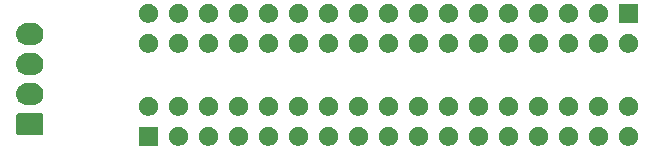
<source format=gbr>
G04 #@! TF.GenerationSoftware,KiCad,Pcbnew,(5.1.5-0-10_14)*
G04 #@! TF.CreationDate,2020-02-19T17:33:04+11:00*
G04 #@! TF.ProjectId,HX Internal FDD Adapter,48582049-6e74-4657-926e-616c20464444,rev?*
G04 #@! TF.SameCoordinates,Original*
G04 #@! TF.FileFunction,Soldermask,Bot*
G04 #@! TF.FilePolarity,Negative*
%FSLAX46Y46*%
G04 Gerber Fmt 4.6, Leading zero omitted, Abs format (unit mm)*
G04 Created by KiCad (PCBNEW (5.1.5-0-10_14)) date 2020-02-19 17:33:04*
%MOMM*%
%LPD*%
G04 APERTURE LIST*
%ADD10C,0.100000*%
G04 APERTURE END LIST*
D10*
G36*
X93074142Y-45700242D02*
G01*
X93222101Y-45761529D01*
X93355255Y-45850499D01*
X93468501Y-45963745D01*
X93557471Y-46096899D01*
X93618758Y-46244858D01*
X93650000Y-46401925D01*
X93650000Y-46562075D01*
X93618758Y-46719142D01*
X93557471Y-46867101D01*
X93468501Y-47000255D01*
X93355255Y-47113501D01*
X93222101Y-47202471D01*
X93074142Y-47263758D01*
X92917075Y-47295000D01*
X92756925Y-47295000D01*
X92599858Y-47263758D01*
X92451899Y-47202471D01*
X92318745Y-47113501D01*
X92205499Y-47000255D01*
X92116529Y-46867101D01*
X92055242Y-46719142D01*
X92024000Y-46562075D01*
X92024000Y-46401925D01*
X92055242Y-46244858D01*
X92116529Y-46096899D01*
X92205499Y-45963745D01*
X92318745Y-45850499D01*
X92451899Y-45761529D01*
X92599858Y-45700242D01*
X92756925Y-45669000D01*
X92917075Y-45669000D01*
X93074142Y-45700242D01*
G37*
G36*
X90534142Y-45700242D02*
G01*
X90682101Y-45761529D01*
X90815255Y-45850499D01*
X90928501Y-45963745D01*
X91017471Y-46096899D01*
X91078758Y-46244858D01*
X91110000Y-46401925D01*
X91110000Y-46562075D01*
X91078758Y-46719142D01*
X91017471Y-46867101D01*
X90928501Y-47000255D01*
X90815255Y-47113501D01*
X90682101Y-47202471D01*
X90534142Y-47263758D01*
X90377075Y-47295000D01*
X90216925Y-47295000D01*
X90059858Y-47263758D01*
X89911899Y-47202471D01*
X89778745Y-47113501D01*
X89665499Y-47000255D01*
X89576529Y-46867101D01*
X89515242Y-46719142D01*
X89484000Y-46562075D01*
X89484000Y-46401925D01*
X89515242Y-46244858D01*
X89576529Y-46096899D01*
X89665499Y-45963745D01*
X89778745Y-45850499D01*
X89911899Y-45761529D01*
X90059858Y-45700242D01*
X90216925Y-45669000D01*
X90377075Y-45669000D01*
X90534142Y-45700242D01*
G37*
G36*
X87994142Y-45700242D02*
G01*
X88142101Y-45761529D01*
X88275255Y-45850499D01*
X88388501Y-45963745D01*
X88477471Y-46096899D01*
X88538758Y-46244858D01*
X88570000Y-46401925D01*
X88570000Y-46562075D01*
X88538758Y-46719142D01*
X88477471Y-46867101D01*
X88388501Y-47000255D01*
X88275255Y-47113501D01*
X88142101Y-47202471D01*
X87994142Y-47263758D01*
X87837075Y-47295000D01*
X87676925Y-47295000D01*
X87519858Y-47263758D01*
X87371899Y-47202471D01*
X87238745Y-47113501D01*
X87125499Y-47000255D01*
X87036529Y-46867101D01*
X86975242Y-46719142D01*
X86944000Y-46562075D01*
X86944000Y-46401925D01*
X86975242Y-46244858D01*
X87036529Y-46096899D01*
X87125499Y-45963745D01*
X87238745Y-45850499D01*
X87371899Y-45761529D01*
X87519858Y-45700242D01*
X87676925Y-45669000D01*
X87837075Y-45669000D01*
X87994142Y-45700242D01*
G37*
G36*
X85454142Y-45700242D02*
G01*
X85602101Y-45761529D01*
X85735255Y-45850499D01*
X85848501Y-45963745D01*
X85937471Y-46096899D01*
X85998758Y-46244858D01*
X86030000Y-46401925D01*
X86030000Y-46562075D01*
X85998758Y-46719142D01*
X85937471Y-46867101D01*
X85848501Y-47000255D01*
X85735255Y-47113501D01*
X85602101Y-47202471D01*
X85454142Y-47263758D01*
X85297075Y-47295000D01*
X85136925Y-47295000D01*
X84979858Y-47263758D01*
X84831899Y-47202471D01*
X84698745Y-47113501D01*
X84585499Y-47000255D01*
X84496529Y-46867101D01*
X84435242Y-46719142D01*
X84404000Y-46562075D01*
X84404000Y-46401925D01*
X84435242Y-46244858D01*
X84496529Y-46096899D01*
X84585499Y-45963745D01*
X84698745Y-45850499D01*
X84831899Y-45761529D01*
X84979858Y-45700242D01*
X85136925Y-45669000D01*
X85297075Y-45669000D01*
X85454142Y-45700242D01*
G37*
G36*
X82914142Y-45700242D02*
G01*
X83062101Y-45761529D01*
X83195255Y-45850499D01*
X83308501Y-45963745D01*
X83397471Y-46096899D01*
X83458758Y-46244858D01*
X83490000Y-46401925D01*
X83490000Y-46562075D01*
X83458758Y-46719142D01*
X83397471Y-46867101D01*
X83308501Y-47000255D01*
X83195255Y-47113501D01*
X83062101Y-47202471D01*
X82914142Y-47263758D01*
X82757075Y-47295000D01*
X82596925Y-47295000D01*
X82439858Y-47263758D01*
X82291899Y-47202471D01*
X82158745Y-47113501D01*
X82045499Y-47000255D01*
X81956529Y-46867101D01*
X81895242Y-46719142D01*
X81864000Y-46562075D01*
X81864000Y-46401925D01*
X81895242Y-46244858D01*
X81956529Y-46096899D01*
X82045499Y-45963745D01*
X82158745Y-45850499D01*
X82291899Y-45761529D01*
X82439858Y-45700242D01*
X82596925Y-45669000D01*
X82757075Y-45669000D01*
X82914142Y-45700242D01*
G37*
G36*
X80374142Y-45700242D02*
G01*
X80522101Y-45761529D01*
X80655255Y-45850499D01*
X80768501Y-45963745D01*
X80857471Y-46096899D01*
X80918758Y-46244858D01*
X80950000Y-46401925D01*
X80950000Y-46562075D01*
X80918758Y-46719142D01*
X80857471Y-46867101D01*
X80768501Y-47000255D01*
X80655255Y-47113501D01*
X80522101Y-47202471D01*
X80374142Y-47263758D01*
X80217075Y-47295000D01*
X80056925Y-47295000D01*
X79899858Y-47263758D01*
X79751899Y-47202471D01*
X79618745Y-47113501D01*
X79505499Y-47000255D01*
X79416529Y-46867101D01*
X79355242Y-46719142D01*
X79324000Y-46562075D01*
X79324000Y-46401925D01*
X79355242Y-46244858D01*
X79416529Y-46096899D01*
X79505499Y-45963745D01*
X79618745Y-45850499D01*
X79751899Y-45761529D01*
X79899858Y-45700242D01*
X80056925Y-45669000D01*
X80217075Y-45669000D01*
X80374142Y-45700242D01*
G37*
G36*
X77834142Y-45700242D02*
G01*
X77982101Y-45761529D01*
X78115255Y-45850499D01*
X78228501Y-45963745D01*
X78317471Y-46096899D01*
X78378758Y-46244858D01*
X78410000Y-46401925D01*
X78410000Y-46562075D01*
X78378758Y-46719142D01*
X78317471Y-46867101D01*
X78228501Y-47000255D01*
X78115255Y-47113501D01*
X77982101Y-47202471D01*
X77834142Y-47263758D01*
X77677075Y-47295000D01*
X77516925Y-47295000D01*
X77359858Y-47263758D01*
X77211899Y-47202471D01*
X77078745Y-47113501D01*
X76965499Y-47000255D01*
X76876529Y-46867101D01*
X76815242Y-46719142D01*
X76784000Y-46562075D01*
X76784000Y-46401925D01*
X76815242Y-46244858D01*
X76876529Y-46096899D01*
X76965499Y-45963745D01*
X77078745Y-45850499D01*
X77211899Y-45761529D01*
X77359858Y-45700242D01*
X77516925Y-45669000D01*
X77677075Y-45669000D01*
X77834142Y-45700242D01*
G37*
G36*
X75294142Y-45700242D02*
G01*
X75442101Y-45761529D01*
X75575255Y-45850499D01*
X75688501Y-45963745D01*
X75777471Y-46096899D01*
X75838758Y-46244858D01*
X75870000Y-46401925D01*
X75870000Y-46562075D01*
X75838758Y-46719142D01*
X75777471Y-46867101D01*
X75688501Y-47000255D01*
X75575255Y-47113501D01*
X75442101Y-47202471D01*
X75294142Y-47263758D01*
X75137075Y-47295000D01*
X74976925Y-47295000D01*
X74819858Y-47263758D01*
X74671899Y-47202471D01*
X74538745Y-47113501D01*
X74425499Y-47000255D01*
X74336529Y-46867101D01*
X74275242Y-46719142D01*
X74244000Y-46562075D01*
X74244000Y-46401925D01*
X74275242Y-46244858D01*
X74336529Y-46096899D01*
X74425499Y-45963745D01*
X74538745Y-45850499D01*
X74671899Y-45761529D01*
X74819858Y-45700242D01*
X74976925Y-45669000D01*
X75137075Y-45669000D01*
X75294142Y-45700242D01*
G37*
G36*
X72754142Y-45700242D02*
G01*
X72902101Y-45761529D01*
X73035255Y-45850499D01*
X73148501Y-45963745D01*
X73237471Y-46096899D01*
X73298758Y-46244858D01*
X73330000Y-46401925D01*
X73330000Y-46562075D01*
X73298758Y-46719142D01*
X73237471Y-46867101D01*
X73148501Y-47000255D01*
X73035255Y-47113501D01*
X72902101Y-47202471D01*
X72754142Y-47263758D01*
X72597075Y-47295000D01*
X72436925Y-47295000D01*
X72279858Y-47263758D01*
X72131899Y-47202471D01*
X71998745Y-47113501D01*
X71885499Y-47000255D01*
X71796529Y-46867101D01*
X71735242Y-46719142D01*
X71704000Y-46562075D01*
X71704000Y-46401925D01*
X71735242Y-46244858D01*
X71796529Y-46096899D01*
X71885499Y-45963745D01*
X71998745Y-45850499D01*
X72131899Y-45761529D01*
X72279858Y-45700242D01*
X72436925Y-45669000D01*
X72597075Y-45669000D01*
X72754142Y-45700242D01*
G37*
G36*
X70214142Y-45700242D02*
G01*
X70362101Y-45761529D01*
X70495255Y-45850499D01*
X70608501Y-45963745D01*
X70697471Y-46096899D01*
X70758758Y-46244858D01*
X70790000Y-46401925D01*
X70790000Y-46562075D01*
X70758758Y-46719142D01*
X70697471Y-46867101D01*
X70608501Y-47000255D01*
X70495255Y-47113501D01*
X70362101Y-47202471D01*
X70214142Y-47263758D01*
X70057075Y-47295000D01*
X69896925Y-47295000D01*
X69739858Y-47263758D01*
X69591899Y-47202471D01*
X69458745Y-47113501D01*
X69345499Y-47000255D01*
X69256529Y-46867101D01*
X69195242Y-46719142D01*
X69164000Y-46562075D01*
X69164000Y-46401925D01*
X69195242Y-46244858D01*
X69256529Y-46096899D01*
X69345499Y-45963745D01*
X69458745Y-45850499D01*
X69591899Y-45761529D01*
X69739858Y-45700242D01*
X69896925Y-45669000D01*
X70057075Y-45669000D01*
X70214142Y-45700242D01*
G37*
G36*
X67674142Y-45700242D02*
G01*
X67822101Y-45761529D01*
X67955255Y-45850499D01*
X68068501Y-45963745D01*
X68157471Y-46096899D01*
X68218758Y-46244858D01*
X68250000Y-46401925D01*
X68250000Y-46562075D01*
X68218758Y-46719142D01*
X68157471Y-46867101D01*
X68068501Y-47000255D01*
X67955255Y-47113501D01*
X67822101Y-47202471D01*
X67674142Y-47263758D01*
X67517075Y-47295000D01*
X67356925Y-47295000D01*
X67199858Y-47263758D01*
X67051899Y-47202471D01*
X66918745Y-47113501D01*
X66805499Y-47000255D01*
X66716529Y-46867101D01*
X66655242Y-46719142D01*
X66624000Y-46562075D01*
X66624000Y-46401925D01*
X66655242Y-46244858D01*
X66716529Y-46096899D01*
X66805499Y-45963745D01*
X66918745Y-45850499D01*
X67051899Y-45761529D01*
X67199858Y-45700242D01*
X67356925Y-45669000D01*
X67517075Y-45669000D01*
X67674142Y-45700242D01*
G37*
G36*
X65134142Y-45700242D02*
G01*
X65282101Y-45761529D01*
X65415255Y-45850499D01*
X65528501Y-45963745D01*
X65617471Y-46096899D01*
X65678758Y-46244858D01*
X65710000Y-46401925D01*
X65710000Y-46562075D01*
X65678758Y-46719142D01*
X65617471Y-46867101D01*
X65528501Y-47000255D01*
X65415255Y-47113501D01*
X65282101Y-47202471D01*
X65134142Y-47263758D01*
X64977075Y-47295000D01*
X64816925Y-47295000D01*
X64659858Y-47263758D01*
X64511899Y-47202471D01*
X64378745Y-47113501D01*
X64265499Y-47000255D01*
X64176529Y-46867101D01*
X64115242Y-46719142D01*
X64084000Y-46562075D01*
X64084000Y-46401925D01*
X64115242Y-46244858D01*
X64176529Y-46096899D01*
X64265499Y-45963745D01*
X64378745Y-45850499D01*
X64511899Y-45761529D01*
X64659858Y-45700242D01*
X64816925Y-45669000D01*
X64977075Y-45669000D01*
X65134142Y-45700242D01*
G37*
G36*
X62594142Y-45700242D02*
G01*
X62742101Y-45761529D01*
X62875255Y-45850499D01*
X62988501Y-45963745D01*
X63077471Y-46096899D01*
X63138758Y-46244858D01*
X63170000Y-46401925D01*
X63170000Y-46562075D01*
X63138758Y-46719142D01*
X63077471Y-46867101D01*
X62988501Y-47000255D01*
X62875255Y-47113501D01*
X62742101Y-47202471D01*
X62594142Y-47263758D01*
X62437075Y-47295000D01*
X62276925Y-47295000D01*
X62119858Y-47263758D01*
X61971899Y-47202471D01*
X61838745Y-47113501D01*
X61725499Y-47000255D01*
X61636529Y-46867101D01*
X61575242Y-46719142D01*
X61544000Y-46562075D01*
X61544000Y-46401925D01*
X61575242Y-46244858D01*
X61636529Y-46096899D01*
X61725499Y-45963745D01*
X61838745Y-45850499D01*
X61971899Y-45761529D01*
X62119858Y-45700242D01*
X62276925Y-45669000D01*
X62437075Y-45669000D01*
X62594142Y-45700242D01*
G37*
G36*
X60054142Y-45700242D02*
G01*
X60202101Y-45761529D01*
X60335255Y-45850499D01*
X60448501Y-45963745D01*
X60537471Y-46096899D01*
X60598758Y-46244858D01*
X60630000Y-46401925D01*
X60630000Y-46562075D01*
X60598758Y-46719142D01*
X60537471Y-46867101D01*
X60448501Y-47000255D01*
X60335255Y-47113501D01*
X60202101Y-47202471D01*
X60054142Y-47263758D01*
X59897075Y-47295000D01*
X59736925Y-47295000D01*
X59579858Y-47263758D01*
X59431899Y-47202471D01*
X59298745Y-47113501D01*
X59185499Y-47000255D01*
X59096529Y-46867101D01*
X59035242Y-46719142D01*
X59004000Y-46562075D01*
X59004000Y-46401925D01*
X59035242Y-46244858D01*
X59096529Y-46096899D01*
X59185499Y-45963745D01*
X59298745Y-45850499D01*
X59431899Y-45761529D01*
X59579858Y-45700242D01*
X59736925Y-45669000D01*
X59897075Y-45669000D01*
X60054142Y-45700242D01*
G37*
G36*
X57514142Y-45700242D02*
G01*
X57662101Y-45761529D01*
X57795255Y-45850499D01*
X57908501Y-45963745D01*
X57997471Y-46096899D01*
X58058758Y-46244858D01*
X58090000Y-46401925D01*
X58090000Y-46562075D01*
X58058758Y-46719142D01*
X57997471Y-46867101D01*
X57908501Y-47000255D01*
X57795255Y-47113501D01*
X57662101Y-47202471D01*
X57514142Y-47263758D01*
X57357075Y-47295000D01*
X57196925Y-47295000D01*
X57039858Y-47263758D01*
X56891899Y-47202471D01*
X56758745Y-47113501D01*
X56645499Y-47000255D01*
X56556529Y-46867101D01*
X56495242Y-46719142D01*
X56464000Y-46562075D01*
X56464000Y-46401925D01*
X56495242Y-46244858D01*
X56556529Y-46096899D01*
X56645499Y-45963745D01*
X56758745Y-45850499D01*
X56891899Y-45761529D01*
X57039858Y-45700242D01*
X57196925Y-45669000D01*
X57357075Y-45669000D01*
X57514142Y-45700242D01*
G37*
G36*
X54974142Y-45700242D02*
G01*
X55122101Y-45761529D01*
X55255255Y-45850499D01*
X55368501Y-45963745D01*
X55457471Y-46096899D01*
X55518758Y-46244858D01*
X55550000Y-46401925D01*
X55550000Y-46562075D01*
X55518758Y-46719142D01*
X55457471Y-46867101D01*
X55368501Y-47000255D01*
X55255255Y-47113501D01*
X55122101Y-47202471D01*
X54974142Y-47263758D01*
X54817075Y-47295000D01*
X54656925Y-47295000D01*
X54499858Y-47263758D01*
X54351899Y-47202471D01*
X54218745Y-47113501D01*
X54105499Y-47000255D01*
X54016529Y-46867101D01*
X53955242Y-46719142D01*
X53924000Y-46562075D01*
X53924000Y-46401925D01*
X53955242Y-46244858D01*
X54016529Y-46096899D01*
X54105499Y-45963745D01*
X54218745Y-45850499D01*
X54351899Y-45761529D01*
X54499858Y-45700242D01*
X54656925Y-45669000D01*
X54817075Y-45669000D01*
X54974142Y-45700242D01*
G37*
G36*
X53010000Y-47295000D02*
G01*
X51384000Y-47295000D01*
X51384000Y-45669000D01*
X53010000Y-45669000D01*
X53010000Y-47295000D01*
G37*
G36*
X43173561Y-44548966D02*
G01*
X43206383Y-44558923D01*
X43236632Y-44575092D01*
X43263148Y-44596852D01*
X43284908Y-44623368D01*
X43301077Y-44653617D01*
X43311034Y-44686439D01*
X43315000Y-44726713D01*
X43315000Y-46205287D01*
X43311034Y-46245561D01*
X43301077Y-46278383D01*
X43284908Y-46308632D01*
X43263148Y-46335148D01*
X43236632Y-46356908D01*
X43206383Y-46373077D01*
X43173561Y-46383034D01*
X43133287Y-46387000D01*
X41194713Y-46387000D01*
X41154439Y-46383034D01*
X41121617Y-46373077D01*
X41091368Y-46356908D01*
X41064852Y-46335148D01*
X41043092Y-46308632D01*
X41026923Y-46278383D01*
X41016966Y-46245561D01*
X41013000Y-46205287D01*
X41013000Y-44726713D01*
X41016966Y-44686439D01*
X41026923Y-44653617D01*
X41043092Y-44623368D01*
X41064852Y-44596852D01*
X41091368Y-44575092D01*
X41121617Y-44558923D01*
X41154439Y-44548966D01*
X41194713Y-44545000D01*
X43133287Y-44545000D01*
X43173561Y-44548966D01*
G37*
G36*
X62594142Y-43160242D02*
G01*
X62742101Y-43221529D01*
X62875255Y-43310499D01*
X62988501Y-43423745D01*
X63077471Y-43556899D01*
X63138758Y-43704858D01*
X63170000Y-43861925D01*
X63170000Y-44022075D01*
X63138758Y-44179142D01*
X63077471Y-44327101D01*
X62988501Y-44460255D01*
X62875255Y-44573501D01*
X62742101Y-44662471D01*
X62594142Y-44723758D01*
X62437075Y-44755000D01*
X62276925Y-44755000D01*
X62119858Y-44723758D01*
X61971899Y-44662471D01*
X61838745Y-44573501D01*
X61725499Y-44460255D01*
X61636529Y-44327101D01*
X61575242Y-44179142D01*
X61544000Y-44022075D01*
X61544000Y-43861925D01*
X61575242Y-43704858D01*
X61636529Y-43556899D01*
X61725499Y-43423745D01*
X61838745Y-43310499D01*
X61971899Y-43221529D01*
X62119858Y-43160242D01*
X62276925Y-43129000D01*
X62437075Y-43129000D01*
X62594142Y-43160242D01*
G37*
G36*
X70214142Y-43160242D02*
G01*
X70362101Y-43221529D01*
X70495255Y-43310499D01*
X70608501Y-43423745D01*
X70697471Y-43556899D01*
X70758758Y-43704858D01*
X70790000Y-43861925D01*
X70790000Y-44022075D01*
X70758758Y-44179142D01*
X70697471Y-44327101D01*
X70608501Y-44460255D01*
X70495255Y-44573501D01*
X70362101Y-44662471D01*
X70214142Y-44723758D01*
X70057075Y-44755000D01*
X69896925Y-44755000D01*
X69739858Y-44723758D01*
X69591899Y-44662471D01*
X69458745Y-44573501D01*
X69345499Y-44460255D01*
X69256529Y-44327101D01*
X69195242Y-44179142D01*
X69164000Y-44022075D01*
X69164000Y-43861925D01*
X69195242Y-43704858D01*
X69256529Y-43556899D01*
X69345499Y-43423745D01*
X69458745Y-43310499D01*
X69591899Y-43221529D01*
X69739858Y-43160242D01*
X69896925Y-43129000D01*
X70057075Y-43129000D01*
X70214142Y-43160242D01*
G37*
G36*
X52434142Y-43160242D02*
G01*
X52582101Y-43221529D01*
X52715255Y-43310499D01*
X52828501Y-43423745D01*
X52917471Y-43556899D01*
X52978758Y-43704858D01*
X53010000Y-43861925D01*
X53010000Y-44022075D01*
X52978758Y-44179142D01*
X52917471Y-44327101D01*
X52828501Y-44460255D01*
X52715255Y-44573501D01*
X52582101Y-44662471D01*
X52434142Y-44723758D01*
X52277075Y-44755000D01*
X52116925Y-44755000D01*
X51959858Y-44723758D01*
X51811899Y-44662471D01*
X51678745Y-44573501D01*
X51565499Y-44460255D01*
X51476529Y-44327101D01*
X51415242Y-44179142D01*
X51384000Y-44022075D01*
X51384000Y-43861925D01*
X51415242Y-43704858D01*
X51476529Y-43556899D01*
X51565499Y-43423745D01*
X51678745Y-43310499D01*
X51811899Y-43221529D01*
X51959858Y-43160242D01*
X52116925Y-43129000D01*
X52277075Y-43129000D01*
X52434142Y-43160242D01*
G37*
G36*
X72754142Y-43160242D02*
G01*
X72902101Y-43221529D01*
X73035255Y-43310499D01*
X73148501Y-43423745D01*
X73237471Y-43556899D01*
X73298758Y-43704858D01*
X73330000Y-43861925D01*
X73330000Y-44022075D01*
X73298758Y-44179142D01*
X73237471Y-44327101D01*
X73148501Y-44460255D01*
X73035255Y-44573501D01*
X72902101Y-44662471D01*
X72754142Y-44723758D01*
X72597075Y-44755000D01*
X72436925Y-44755000D01*
X72279858Y-44723758D01*
X72131899Y-44662471D01*
X71998745Y-44573501D01*
X71885499Y-44460255D01*
X71796529Y-44327101D01*
X71735242Y-44179142D01*
X71704000Y-44022075D01*
X71704000Y-43861925D01*
X71735242Y-43704858D01*
X71796529Y-43556899D01*
X71885499Y-43423745D01*
X71998745Y-43310499D01*
X72131899Y-43221529D01*
X72279858Y-43160242D01*
X72436925Y-43129000D01*
X72597075Y-43129000D01*
X72754142Y-43160242D01*
G37*
G36*
X54974142Y-43160242D02*
G01*
X55122101Y-43221529D01*
X55255255Y-43310499D01*
X55368501Y-43423745D01*
X55457471Y-43556899D01*
X55518758Y-43704858D01*
X55550000Y-43861925D01*
X55550000Y-44022075D01*
X55518758Y-44179142D01*
X55457471Y-44327101D01*
X55368501Y-44460255D01*
X55255255Y-44573501D01*
X55122101Y-44662471D01*
X54974142Y-44723758D01*
X54817075Y-44755000D01*
X54656925Y-44755000D01*
X54499858Y-44723758D01*
X54351899Y-44662471D01*
X54218745Y-44573501D01*
X54105499Y-44460255D01*
X54016529Y-44327101D01*
X53955242Y-44179142D01*
X53924000Y-44022075D01*
X53924000Y-43861925D01*
X53955242Y-43704858D01*
X54016529Y-43556899D01*
X54105499Y-43423745D01*
X54218745Y-43310499D01*
X54351899Y-43221529D01*
X54499858Y-43160242D01*
X54656925Y-43129000D01*
X54817075Y-43129000D01*
X54974142Y-43160242D01*
G37*
G36*
X93074142Y-43160242D02*
G01*
X93222101Y-43221529D01*
X93355255Y-43310499D01*
X93468501Y-43423745D01*
X93557471Y-43556899D01*
X93618758Y-43704858D01*
X93650000Y-43861925D01*
X93650000Y-44022075D01*
X93618758Y-44179142D01*
X93557471Y-44327101D01*
X93468501Y-44460255D01*
X93355255Y-44573501D01*
X93222101Y-44662471D01*
X93074142Y-44723758D01*
X92917075Y-44755000D01*
X92756925Y-44755000D01*
X92599858Y-44723758D01*
X92451899Y-44662471D01*
X92318745Y-44573501D01*
X92205499Y-44460255D01*
X92116529Y-44327101D01*
X92055242Y-44179142D01*
X92024000Y-44022075D01*
X92024000Y-43861925D01*
X92055242Y-43704858D01*
X92116529Y-43556899D01*
X92205499Y-43423745D01*
X92318745Y-43310499D01*
X92451899Y-43221529D01*
X92599858Y-43160242D01*
X92756925Y-43129000D01*
X92917075Y-43129000D01*
X93074142Y-43160242D01*
G37*
G36*
X57514142Y-43160242D02*
G01*
X57662101Y-43221529D01*
X57795255Y-43310499D01*
X57908501Y-43423745D01*
X57997471Y-43556899D01*
X58058758Y-43704858D01*
X58090000Y-43861925D01*
X58090000Y-44022075D01*
X58058758Y-44179142D01*
X57997471Y-44327101D01*
X57908501Y-44460255D01*
X57795255Y-44573501D01*
X57662101Y-44662471D01*
X57514142Y-44723758D01*
X57357075Y-44755000D01*
X57196925Y-44755000D01*
X57039858Y-44723758D01*
X56891899Y-44662471D01*
X56758745Y-44573501D01*
X56645499Y-44460255D01*
X56556529Y-44327101D01*
X56495242Y-44179142D01*
X56464000Y-44022075D01*
X56464000Y-43861925D01*
X56495242Y-43704858D01*
X56556529Y-43556899D01*
X56645499Y-43423745D01*
X56758745Y-43310499D01*
X56891899Y-43221529D01*
X57039858Y-43160242D01*
X57196925Y-43129000D01*
X57357075Y-43129000D01*
X57514142Y-43160242D01*
G37*
G36*
X90534142Y-43160242D02*
G01*
X90682101Y-43221529D01*
X90815255Y-43310499D01*
X90928501Y-43423745D01*
X91017471Y-43556899D01*
X91078758Y-43704858D01*
X91110000Y-43861925D01*
X91110000Y-44022075D01*
X91078758Y-44179142D01*
X91017471Y-44327101D01*
X90928501Y-44460255D01*
X90815255Y-44573501D01*
X90682101Y-44662471D01*
X90534142Y-44723758D01*
X90377075Y-44755000D01*
X90216925Y-44755000D01*
X90059858Y-44723758D01*
X89911899Y-44662471D01*
X89778745Y-44573501D01*
X89665499Y-44460255D01*
X89576529Y-44327101D01*
X89515242Y-44179142D01*
X89484000Y-44022075D01*
X89484000Y-43861925D01*
X89515242Y-43704858D01*
X89576529Y-43556899D01*
X89665499Y-43423745D01*
X89778745Y-43310499D01*
X89911899Y-43221529D01*
X90059858Y-43160242D01*
X90216925Y-43129000D01*
X90377075Y-43129000D01*
X90534142Y-43160242D01*
G37*
G36*
X60054142Y-43160242D02*
G01*
X60202101Y-43221529D01*
X60335255Y-43310499D01*
X60448501Y-43423745D01*
X60537471Y-43556899D01*
X60598758Y-43704858D01*
X60630000Y-43861925D01*
X60630000Y-44022075D01*
X60598758Y-44179142D01*
X60537471Y-44327101D01*
X60448501Y-44460255D01*
X60335255Y-44573501D01*
X60202101Y-44662471D01*
X60054142Y-44723758D01*
X59897075Y-44755000D01*
X59736925Y-44755000D01*
X59579858Y-44723758D01*
X59431899Y-44662471D01*
X59298745Y-44573501D01*
X59185499Y-44460255D01*
X59096529Y-44327101D01*
X59035242Y-44179142D01*
X59004000Y-44022075D01*
X59004000Y-43861925D01*
X59035242Y-43704858D01*
X59096529Y-43556899D01*
X59185499Y-43423745D01*
X59298745Y-43310499D01*
X59431899Y-43221529D01*
X59579858Y-43160242D01*
X59736925Y-43129000D01*
X59897075Y-43129000D01*
X60054142Y-43160242D01*
G37*
G36*
X87994142Y-43160242D02*
G01*
X88142101Y-43221529D01*
X88275255Y-43310499D01*
X88388501Y-43423745D01*
X88477471Y-43556899D01*
X88538758Y-43704858D01*
X88570000Y-43861925D01*
X88570000Y-44022075D01*
X88538758Y-44179142D01*
X88477471Y-44327101D01*
X88388501Y-44460255D01*
X88275255Y-44573501D01*
X88142101Y-44662471D01*
X87994142Y-44723758D01*
X87837075Y-44755000D01*
X87676925Y-44755000D01*
X87519858Y-44723758D01*
X87371899Y-44662471D01*
X87238745Y-44573501D01*
X87125499Y-44460255D01*
X87036529Y-44327101D01*
X86975242Y-44179142D01*
X86944000Y-44022075D01*
X86944000Y-43861925D01*
X86975242Y-43704858D01*
X87036529Y-43556899D01*
X87125499Y-43423745D01*
X87238745Y-43310499D01*
X87371899Y-43221529D01*
X87519858Y-43160242D01*
X87676925Y-43129000D01*
X87837075Y-43129000D01*
X87994142Y-43160242D01*
G37*
G36*
X65134142Y-43160242D02*
G01*
X65282101Y-43221529D01*
X65415255Y-43310499D01*
X65528501Y-43423745D01*
X65617471Y-43556899D01*
X65678758Y-43704858D01*
X65710000Y-43861925D01*
X65710000Y-44022075D01*
X65678758Y-44179142D01*
X65617471Y-44327101D01*
X65528501Y-44460255D01*
X65415255Y-44573501D01*
X65282101Y-44662471D01*
X65134142Y-44723758D01*
X64977075Y-44755000D01*
X64816925Y-44755000D01*
X64659858Y-44723758D01*
X64511899Y-44662471D01*
X64378745Y-44573501D01*
X64265499Y-44460255D01*
X64176529Y-44327101D01*
X64115242Y-44179142D01*
X64084000Y-44022075D01*
X64084000Y-43861925D01*
X64115242Y-43704858D01*
X64176529Y-43556899D01*
X64265499Y-43423745D01*
X64378745Y-43310499D01*
X64511899Y-43221529D01*
X64659858Y-43160242D01*
X64816925Y-43129000D01*
X64977075Y-43129000D01*
X65134142Y-43160242D01*
G37*
G36*
X85454142Y-43160242D02*
G01*
X85602101Y-43221529D01*
X85735255Y-43310499D01*
X85848501Y-43423745D01*
X85937471Y-43556899D01*
X85998758Y-43704858D01*
X86030000Y-43861925D01*
X86030000Y-44022075D01*
X85998758Y-44179142D01*
X85937471Y-44327101D01*
X85848501Y-44460255D01*
X85735255Y-44573501D01*
X85602101Y-44662471D01*
X85454142Y-44723758D01*
X85297075Y-44755000D01*
X85136925Y-44755000D01*
X84979858Y-44723758D01*
X84831899Y-44662471D01*
X84698745Y-44573501D01*
X84585499Y-44460255D01*
X84496529Y-44327101D01*
X84435242Y-44179142D01*
X84404000Y-44022075D01*
X84404000Y-43861925D01*
X84435242Y-43704858D01*
X84496529Y-43556899D01*
X84585499Y-43423745D01*
X84698745Y-43310499D01*
X84831899Y-43221529D01*
X84979858Y-43160242D01*
X85136925Y-43129000D01*
X85297075Y-43129000D01*
X85454142Y-43160242D01*
G37*
G36*
X67674142Y-43160242D02*
G01*
X67822101Y-43221529D01*
X67955255Y-43310499D01*
X68068501Y-43423745D01*
X68157471Y-43556899D01*
X68218758Y-43704858D01*
X68250000Y-43861925D01*
X68250000Y-44022075D01*
X68218758Y-44179142D01*
X68157471Y-44327101D01*
X68068501Y-44460255D01*
X67955255Y-44573501D01*
X67822101Y-44662471D01*
X67674142Y-44723758D01*
X67517075Y-44755000D01*
X67356925Y-44755000D01*
X67199858Y-44723758D01*
X67051899Y-44662471D01*
X66918745Y-44573501D01*
X66805499Y-44460255D01*
X66716529Y-44327101D01*
X66655242Y-44179142D01*
X66624000Y-44022075D01*
X66624000Y-43861925D01*
X66655242Y-43704858D01*
X66716529Y-43556899D01*
X66805499Y-43423745D01*
X66918745Y-43310499D01*
X67051899Y-43221529D01*
X67199858Y-43160242D01*
X67356925Y-43129000D01*
X67517075Y-43129000D01*
X67674142Y-43160242D01*
G37*
G36*
X82914142Y-43160242D02*
G01*
X83062101Y-43221529D01*
X83195255Y-43310499D01*
X83308501Y-43423745D01*
X83397471Y-43556899D01*
X83458758Y-43704858D01*
X83490000Y-43861925D01*
X83490000Y-44022075D01*
X83458758Y-44179142D01*
X83397471Y-44327101D01*
X83308501Y-44460255D01*
X83195255Y-44573501D01*
X83062101Y-44662471D01*
X82914142Y-44723758D01*
X82757075Y-44755000D01*
X82596925Y-44755000D01*
X82439858Y-44723758D01*
X82291899Y-44662471D01*
X82158745Y-44573501D01*
X82045499Y-44460255D01*
X81956529Y-44327101D01*
X81895242Y-44179142D01*
X81864000Y-44022075D01*
X81864000Y-43861925D01*
X81895242Y-43704858D01*
X81956529Y-43556899D01*
X82045499Y-43423745D01*
X82158745Y-43310499D01*
X82291899Y-43221529D01*
X82439858Y-43160242D01*
X82596925Y-43129000D01*
X82757075Y-43129000D01*
X82914142Y-43160242D01*
G37*
G36*
X80374142Y-43160242D02*
G01*
X80522101Y-43221529D01*
X80655255Y-43310499D01*
X80768501Y-43423745D01*
X80857471Y-43556899D01*
X80918758Y-43704858D01*
X80950000Y-43861925D01*
X80950000Y-44022075D01*
X80918758Y-44179142D01*
X80857471Y-44327101D01*
X80768501Y-44460255D01*
X80655255Y-44573501D01*
X80522101Y-44662471D01*
X80374142Y-44723758D01*
X80217075Y-44755000D01*
X80056925Y-44755000D01*
X79899858Y-44723758D01*
X79751899Y-44662471D01*
X79618745Y-44573501D01*
X79505499Y-44460255D01*
X79416529Y-44327101D01*
X79355242Y-44179142D01*
X79324000Y-44022075D01*
X79324000Y-43861925D01*
X79355242Y-43704858D01*
X79416529Y-43556899D01*
X79505499Y-43423745D01*
X79618745Y-43310499D01*
X79751899Y-43221529D01*
X79899858Y-43160242D01*
X80056925Y-43129000D01*
X80217075Y-43129000D01*
X80374142Y-43160242D01*
G37*
G36*
X77834142Y-43160242D02*
G01*
X77982101Y-43221529D01*
X78115255Y-43310499D01*
X78228501Y-43423745D01*
X78317471Y-43556899D01*
X78378758Y-43704858D01*
X78410000Y-43861925D01*
X78410000Y-44022075D01*
X78378758Y-44179142D01*
X78317471Y-44327101D01*
X78228501Y-44460255D01*
X78115255Y-44573501D01*
X77982101Y-44662471D01*
X77834142Y-44723758D01*
X77677075Y-44755000D01*
X77516925Y-44755000D01*
X77359858Y-44723758D01*
X77211899Y-44662471D01*
X77078745Y-44573501D01*
X76965499Y-44460255D01*
X76876529Y-44327101D01*
X76815242Y-44179142D01*
X76784000Y-44022075D01*
X76784000Y-43861925D01*
X76815242Y-43704858D01*
X76876529Y-43556899D01*
X76965499Y-43423745D01*
X77078745Y-43310499D01*
X77211899Y-43221529D01*
X77359858Y-43160242D01*
X77516925Y-43129000D01*
X77677075Y-43129000D01*
X77834142Y-43160242D01*
G37*
G36*
X75294142Y-43160242D02*
G01*
X75442101Y-43221529D01*
X75575255Y-43310499D01*
X75688501Y-43423745D01*
X75777471Y-43556899D01*
X75838758Y-43704858D01*
X75870000Y-43861925D01*
X75870000Y-44022075D01*
X75838758Y-44179142D01*
X75777471Y-44327101D01*
X75688501Y-44460255D01*
X75575255Y-44573501D01*
X75442101Y-44662471D01*
X75294142Y-44723758D01*
X75137075Y-44755000D01*
X74976925Y-44755000D01*
X74819858Y-44723758D01*
X74671899Y-44662471D01*
X74538745Y-44573501D01*
X74425499Y-44460255D01*
X74336529Y-44327101D01*
X74275242Y-44179142D01*
X74244000Y-44022075D01*
X74244000Y-43861925D01*
X74275242Y-43704858D01*
X74336529Y-43556899D01*
X74425499Y-43423745D01*
X74538745Y-43310499D01*
X74671899Y-43221529D01*
X74819858Y-43160242D01*
X74976925Y-43129000D01*
X75137075Y-43129000D01*
X75294142Y-43160242D01*
G37*
G36*
X42484345Y-42009442D02*
G01*
X42574548Y-42018326D01*
X42748157Y-42070990D01*
X42908156Y-42156511D01*
X42951729Y-42192271D01*
X43048397Y-42271603D01*
X43127729Y-42368271D01*
X43163489Y-42411844D01*
X43249010Y-42571843D01*
X43301674Y-42745452D01*
X43319456Y-42926000D01*
X43301674Y-43106548D01*
X43249010Y-43280157D01*
X43163489Y-43440156D01*
X43127729Y-43483729D01*
X43048397Y-43580397D01*
X42951729Y-43659729D01*
X42908156Y-43695489D01*
X42748157Y-43781010D01*
X42574548Y-43833674D01*
X42484345Y-43842558D01*
X42439245Y-43847000D01*
X41888755Y-43847000D01*
X41843655Y-43842558D01*
X41753452Y-43833674D01*
X41579843Y-43781010D01*
X41419844Y-43695489D01*
X41376271Y-43659729D01*
X41279603Y-43580397D01*
X41200271Y-43483729D01*
X41164511Y-43440156D01*
X41078990Y-43280157D01*
X41026326Y-43106548D01*
X41008544Y-42926000D01*
X41026326Y-42745452D01*
X41078990Y-42571843D01*
X41164511Y-42411844D01*
X41200271Y-42368271D01*
X41279603Y-42271603D01*
X41376271Y-42192271D01*
X41419844Y-42156511D01*
X41579843Y-42070990D01*
X41753452Y-42018326D01*
X41843655Y-42009442D01*
X41888755Y-42005000D01*
X42439245Y-42005000D01*
X42484345Y-42009442D01*
G37*
G36*
X42484345Y-39469442D02*
G01*
X42574548Y-39478326D01*
X42748157Y-39530990D01*
X42908156Y-39616511D01*
X42951729Y-39652271D01*
X43048397Y-39731603D01*
X43127729Y-39828271D01*
X43163489Y-39871844D01*
X43249010Y-40031843D01*
X43301674Y-40205452D01*
X43319456Y-40386000D01*
X43301674Y-40566548D01*
X43249010Y-40740157D01*
X43163489Y-40900156D01*
X43127729Y-40943729D01*
X43048397Y-41040397D01*
X42951729Y-41119729D01*
X42908156Y-41155489D01*
X42748157Y-41241010D01*
X42574548Y-41293674D01*
X42484345Y-41302558D01*
X42439245Y-41307000D01*
X41888755Y-41307000D01*
X41843655Y-41302558D01*
X41753452Y-41293674D01*
X41579843Y-41241010D01*
X41419844Y-41155489D01*
X41376271Y-41119729D01*
X41279603Y-41040397D01*
X41200271Y-40943729D01*
X41164511Y-40900156D01*
X41078990Y-40740157D01*
X41026326Y-40566548D01*
X41008544Y-40386000D01*
X41026326Y-40205452D01*
X41078990Y-40031843D01*
X41164511Y-39871844D01*
X41200271Y-39828271D01*
X41279603Y-39731603D01*
X41376271Y-39652271D01*
X41419844Y-39616511D01*
X41579843Y-39530990D01*
X41753452Y-39478326D01*
X41843655Y-39469442D01*
X41888755Y-39465000D01*
X42439245Y-39465000D01*
X42484345Y-39469442D01*
G37*
G36*
X54974142Y-37826242D02*
G01*
X55122101Y-37887529D01*
X55255255Y-37976499D01*
X55368501Y-38089745D01*
X55457471Y-38222899D01*
X55518758Y-38370858D01*
X55550000Y-38527925D01*
X55550000Y-38688075D01*
X55518758Y-38845142D01*
X55457471Y-38993101D01*
X55368501Y-39126255D01*
X55255255Y-39239501D01*
X55122101Y-39328471D01*
X54974142Y-39389758D01*
X54817075Y-39421000D01*
X54656925Y-39421000D01*
X54499858Y-39389758D01*
X54351899Y-39328471D01*
X54218745Y-39239501D01*
X54105499Y-39126255D01*
X54016529Y-38993101D01*
X53955242Y-38845142D01*
X53924000Y-38688075D01*
X53924000Y-38527925D01*
X53955242Y-38370858D01*
X54016529Y-38222899D01*
X54105499Y-38089745D01*
X54218745Y-37976499D01*
X54351899Y-37887529D01*
X54499858Y-37826242D01*
X54656925Y-37795000D01*
X54817075Y-37795000D01*
X54974142Y-37826242D01*
G37*
G36*
X93074142Y-37826242D02*
G01*
X93222101Y-37887529D01*
X93355255Y-37976499D01*
X93468501Y-38089745D01*
X93557471Y-38222899D01*
X93618758Y-38370858D01*
X93650000Y-38527925D01*
X93650000Y-38688075D01*
X93618758Y-38845142D01*
X93557471Y-38993101D01*
X93468501Y-39126255D01*
X93355255Y-39239501D01*
X93222101Y-39328471D01*
X93074142Y-39389758D01*
X92917075Y-39421000D01*
X92756925Y-39421000D01*
X92599858Y-39389758D01*
X92451899Y-39328471D01*
X92318745Y-39239501D01*
X92205499Y-39126255D01*
X92116529Y-38993101D01*
X92055242Y-38845142D01*
X92024000Y-38688075D01*
X92024000Y-38527925D01*
X92055242Y-38370858D01*
X92116529Y-38222899D01*
X92205499Y-38089745D01*
X92318745Y-37976499D01*
X92451899Y-37887529D01*
X92599858Y-37826242D01*
X92756925Y-37795000D01*
X92917075Y-37795000D01*
X93074142Y-37826242D01*
G37*
G36*
X57514142Y-37826242D02*
G01*
X57662101Y-37887529D01*
X57795255Y-37976499D01*
X57908501Y-38089745D01*
X57997471Y-38222899D01*
X58058758Y-38370858D01*
X58090000Y-38527925D01*
X58090000Y-38688075D01*
X58058758Y-38845142D01*
X57997471Y-38993101D01*
X57908501Y-39126255D01*
X57795255Y-39239501D01*
X57662101Y-39328471D01*
X57514142Y-39389758D01*
X57357075Y-39421000D01*
X57196925Y-39421000D01*
X57039858Y-39389758D01*
X56891899Y-39328471D01*
X56758745Y-39239501D01*
X56645499Y-39126255D01*
X56556529Y-38993101D01*
X56495242Y-38845142D01*
X56464000Y-38688075D01*
X56464000Y-38527925D01*
X56495242Y-38370858D01*
X56556529Y-38222899D01*
X56645499Y-38089745D01*
X56758745Y-37976499D01*
X56891899Y-37887529D01*
X57039858Y-37826242D01*
X57196925Y-37795000D01*
X57357075Y-37795000D01*
X57514142Y-37826242D01*
G37*
G36*
X90534142Y-37826242D02*
G01*
X90682101Y-37887529D01*
X90815255Y-37976499D01*
X90928501Y-38089745D01*
X91017471Y-38222899D01*
X91078758Y-38370858D01*
X91110000Y-38527925D01*
X91110000Y-38688075D01*
X91078758Y-38845142D01*
X91017471Y-38993101D01*
X90928501Y-39126255D01*
X90815255Y-39239501D01*
X90682101Y-39328471D01*
X90534142Y-39389758D01*
X90377075Y-39421000D01*
X90216925Y-39421000D01*
X90059858Y-39389758D01*
X89911899Y-39328471D01*
X89778745Y-39239501D01*
X89665499Y-39126255D01*
X89576529Y-38993101D01*
X89515242Y-38845142D01*
X89484000Y-38688075D01*
X89484000Y-38527925D01*
X89515242Y-38370858D01*
X89576529Y-38222899D01*
X89665499Y-38089745D01*
X89778745Y-37976499D01*
X89911899Y-37887529D01*
X90059858Y-37826242D01*
X90216925Y-37795000D01*
X90377075Y-37795000D01*
X90534142Y-37826242D01*
G37*
G36*
X60054142Y-37826242D02*
G01*
X60202101Y-37887529D01*
X60335255Y-37976499D01*
X60448501Y-38089745D01*
X60537471Y-38222899D01*
X60598758Y-38370858D01*
X60630000Y-38527925D01*
X60630000Y-38688075D01*
X60598758Y-38845142D01*
X60537471Y-38993101D01*
X60448501Y-39126255D01*
X60335255Y-39239501D01*
X60202101Y-39328471D01*
X60054142Y-39389758D01*
X59897075Y-39421000D01*
X59736925Y-39421000D01*
X59579858Y-39389758D01*
X59431899Y-39328471D01*
X59298745Y-39239501D01*
X59185499Y-39126255D01*
X59096529Y-38993101D01*
X59035242Y-38845142D01*
X59004000Y-38688075D01*
X59004000Y-38527925D01*
X59035242Y-38370858D01*
X59096529Y-38222899D01*
X59185499Y-38089745D01*
X59298745Y-37976499D01*
X59431899Y-37887529D01*
X59579858Y-37826242D01*
X59736925Y-37795000D01*
X59897075Y-37795000D01*
X60054142Y-37826242D01*
G37*
G36*
X52434142Y-37826242D02*
G01*
X52582101Y-37887529D01*
X52715255Y-37976499D01*
X52828501Y-38089745D01*
X52917471Y-38222899D01*
X52978758Y-38370858D01*
X53010000Y-38527925D01*
X53010000Y-38688075D01*
X52978758Y-38845142D01*
X52917471Y-38993101D01*
X52828501Y-39126255D01*
X52715255Y-39239501D01*
X52582101Y-39328471D01*
X52434142Y-39389758D01*
X52277075Y-39421000D01*
X52116925Y-39421000D01*
X51959858Y-39389758D01*
X51811899Y-39328471D01*
X51678745Y-39239501D01*
X51565499Y-39126255D01*
X51476529Y-38993101D01*
X51415242Y-38845142D01*
X51384000Y-38688075D01*
X51384000Y-38527925D01*
X51415242Y-38370858D01*
X51476529Y-38222899D01*
X51565499Y-38089745D01*
X51678745Y-37976499D01*
X51811899Y-37887529D01*
X51959858Y-37826242D01*
X52116925Y-37795000D01*
X52277075Y-37795000D01*
X52434142Y-37826242D01*
G37*
G36*
X65134142Y-37826242D02*
G01*
X65282101Y-37887529D01*
X65415255Y-37976499D01*
X65528501Y-38089745D01*
X65617471Y-38222899D01*
X65678758Y-38370858D01*
X65710000Y-38527925D01*
X65710000Y-38688075D01*
X65678758Y-38845142D01*
X65617471Y-38993101D01*
X65528501Y-39126255D01*
X65415255Y-39239501D01*
X65282101Y-39328471D01*
X65134142Y-39389758D01*
X64977075Y-39421000D01*
X64816925Y-39421000D01*
X64659858Y-39389758D01*
X64511899Y-39328471D01*
X64378745Y-39239501D01*
X64265499Y-39126255D01*
X64176529Y-38993101D01*
X64115242Y-38845142D01*
X64084000Y-38688075D01*
X64084000Y-38527925D01*
X64115242Y-38370858D01*
X64176529Y-38222899D01*
X64265499Y-38089745D01*
X64378745Y-37976499D01*
X64511899Y-37887529D01*
X64659858Y-37826242D01*
X64816925Y-37795000D01*
X64977075Y-37795000D01*
X65134142Y-37826242D01*
G37*
G36*
X87994142Y-37826242D02*
G01*
X88142101Y-37887529D01*
X88275255Y-37976499D01*
X88388501Y-38089745D01*
X88477471Y-38222899D01*
X88538758Y-38370858D01*
X88570000Y-38527925D01*
X88570000Y-38688075D01*
X88538758Y-38845142D01*
X88477471Y-38993101D01*
X88388501Y-39126255D01*
X88275255Y-39239501D01*
X88142101Y-39328471D01*
X87994142Y-39389758D01*
X87837075Y-39421000D01*
X87676925Y-39421000D01*
X87519858Y-39389758D01*
X87371899Y-39328471D01*
X87238745Y-39239501D01*
X87125499Y-39126255D01*
X87036529Y-38993101D01*
X86975242Y-38845142D01*
X86944000Y-38688075D01*
X86944000Y-38527925D01*
X86975242Y-38370858D01*
X87036529Y-38222899D01*
X87125499Y-38089745D01*
X87238745Y-37976499D01*
X87371899Y-37887529D01*
X87519858Y-37826242D01*
X87676925Y-37795000D01*
X87837075Y-37795000D01*
X87994142Y-37826242D01*
G37*
G36*
X67674142Y-37826242D02*
G01*
X67822101Y-37887529D01*
X67955255Y-37976499D01*
X68068501Y-38089745D01*
X68157471Y-38222899D01*
X68218758Y-38370858D01*
X68250000Y-38527925D01*
X68250000Y-38688075D01*
X68218758Y-38845142D01*
X68157471Y-38993101D01*
X68068501Y-39126255D01*
X67955255Y-39239501D01*
X67822101Y-39328471D01*
X67674142Y-39389758D01*
X67517075Y-39421000D01*
X67356925Y-39421000D01*
X67199858Y-39389758D01*
X67051899Y-39328471D01*
X66918745Y-39239501D01*
X66805499Y-39126255D01*
X66716529Y-38993101D01*
X66655242Y-38845142D01*
X66624000Y-38688075D01*
X66624000Y-38527925D01*
X66655242Y-38370858D01*
X66716529Y-38222899D01*
X66805499Y-38089745D01*
X66918745Y-37976499D01*
X67051899Y-37887529D01*
X67199858Y-37826242D01*
X67356925Y-37795000D01*
X67517075Y-37795000D01*
X67674142Y-37826242D01*
G37*
G36*
X85454142Y-37826242D02*
G01*
X85602101Y-37887529D01*
X85735255Y-37976499D01*
X85848501Y-38089745D01*
X85937471Y-38222899D01*
X85998758Y-38370858D01*
X86030000Y-38527925D01*
X86030000Y-38688075D01*
X85998758Y-38845142D01*
X85937471Y-38993101D01*
X85848501Y-39126255D01*
X85735255Y-39239501D01*
X85602101Y-39328471D01*
X85454142Y-39389758D01*
X85297075Y-39421000D01*
X85136925Y-39421000D01*
X84979858Y-39389758D01*
X84831899Y-39328471D01*
X84698745Y-39239501D01*
X84585499Y-39126255D01*
X84496529Y-38993101D01*
X84435242Y-38845142D01*
X84404000Y-38688075D01*
X84404000Y-38527925D01*
X84435242Y-38370858D01*
X84496529Y-38222899D01*
X84585499Y-38089745D01*
X84698745Y-37976499D01*
X84831899Y-37887529D01*
X84979858Y-37826242D01*
X85136925Y-37795000D01*
X85297075Y-37795000D01*
X85454142Y-37826242D01*
G37*
G36*
X82914142Y-37826242D02*
G01*
X83062101Y-37887529D01*
X83195255Y-37976499D01*
X83308501Y-38089745D01*
X83397471Y-38222899D01*
X83458758Y-38370858D01*
X83490000Y-38527925D01*
X83490000Y-38688075D01*
X83458758Y-38845142D01*
X83397471Y-38993101D01*
X83308501Y-39126255D01*
X83195255Y-39239501D01*
X83062101Y-39328471D01*
X82914142Y-39389758D01*
X82757075Y-39421000D01*
X82596925Y-39421000D01*
X82439858Y-39389758D01*
X82291899Y-39328471D01*
X82158745Y-39239501D01*
X82045499Y-39126255D01*
X81956529Y-38993101D01*
X81895242Y-38845142D01*
X81864000Y-38688075D01*
X81864000Y-38527925D01*
X81895242Y-38370858D01*
X81956529Y-38222899D01*
X82045499Y-38089745D01*
X82158745Y-37976499D01*
X82291899Y-37887529D01*
X82439858Y-37826242D01*
X82596925Y-37795000D01*
X82757075Y-37795000D01*
X82914142Y-37826242D01*
G37*
G36*
X80374142Y-37826242D02*
G01*
X80522101Y-37887529D01*
X80655255Y-37976499D01*
X80768501Y-38089745D01*
X80857471Y-38222899D01*
X80918758Y-38370858D01*
X80950000Y-38527925D01*
X80950000Y-38688075D01*
X80918758Y-38845142D01*
X80857471Y-38993101D01*
X80768501Y-39126255D01*
X80655255Y-39239501D01*
X80522101Y-39328471D01*
X80374142Y-39389758D01*
X80217075Y-39421000D01*
X80056925Y-39421000D01*
X79899858Y-39389758D01*
X79751899Y-39328471D01*
X79618745Y-39239501D01*
X79505499Y-39126255D01*
X79416529Y-38993101D01*
X79355242Y-38845142D01*
X79324000Y-38688075D01*
X79324000Y-38527925D01*
X79355242Y-38370858D01*
X79416529Y-38222899D01*
X79505499Y-38089745D01*
X79618745Y-37976499D01*
X79751899Y-37887529D01*
X79899858Y-37826242D01*
X80056925Y-37795000D01*
X80217075Y-37795000D01*
X80374142Y-37826242D01*
G37*
G36*
X77834142Y-37826242D02*
G01*
X77982101Y-37887529D01*
X78115255Y-37976499D01*
X78228501Y-38089745D01*
X78317471Y-38222899D01*
X78378758Y-38370858D01*
X78410000Y-38527925D01*
X78410000Y-38688075D01*
X78378758Y-38845142D01*
X78317471Y-38993101D01*
X78228501Y-39126255D01*
X78115255Y-39239501D01*
X77982101Y-39328471D01*
X77834142Y-39389758D01*
X77677075Y-39421000D01*
X77516925Y-39421000D01*
X77359858Y-39389758D01*
X77211899Y-39328471D01*
X77078745Y-39239501D01*
X76965499Y-39126255D01*
X76876529Y-38993101D01*
X76815242Y-38845142D01*
X76784000Y-38688075D01*
X76784000Y-38527925D01*
X76815242Y-38370858D01*
X76876529Y-38222899D01*
X76965499Y-38089745D01*
X77078745Y-37976499D01*
X77211899Y-37887529D01*
X77359858Y-37826242D01*
X77516925Y-37795000D01*
X77677075Y-37795000D01*
X77834142Y-37826242D01*
G37*
G36*
X75294142Y-37826242D02*
G01*
X75442101Y-37887529D01*
X75575255Y-37976499D01*
X75688501Y-38089745D01*
X75777471Y-38222899D01*
X75838758Y-38370858D01*
X75870000Y-38527925D01*
X75870000Y-38688075D01*
X75838758Y-38845142D01*
X75777471Y-38993101D01*
X75688501Y-39126255D01*
X75575255Y-39239501D01*
X75442101Y-39328471D01*
X75294142Y-39389758D01*
X75137075Y-39421000D01*
X74976925Y-39421000D01*
X74819858Y-39389758D01*
X74671899Y-39328471D01*
X74538745Y-39239501D01*
X74425499Y-39126255D01*
X74336529Y-38993101D01*
X74275242Y-38845142D01*
X74244000Y-38688075D01*
X74244000Y-38527925D01*
X74275242Y-38370858D01*
X74336529Y-38222899D01*
X74425499Y-38089745D01*
X74538745Y-37976499D01*
X74671899Y-37887529D01*
X74819858Y-37826242D01*
X74976925Y-37795000D01*
X75137075Y-37795000D01*
X75294142Y-37826242D01*
G37*
G36*
X72754142Y-37826242D02*
G01*
X72902101Y-37887529D01*
X73035255Y-37976499D01*
X73148501Y-38089745D01*
X73237471Y-38222899D01*
X73298758Y-38370858D01*
X73330000Y-38527925D01*
X73330000Y-38688075D01*
X73298758Y-38845142D01*
X73237471Y-38993101D01*
X73148501Y-39126255D01*
X73035255Y-39239501D01*
X72902101Y-39328471D01*
X72754142Y-39389758D01*
X72597075Y-39421000D01*
X72436925Y-39421000D01*
X72279858Y-39389758D01*
X72131899Y-39328471D01*
X71998745Y-39239501D01*
X71885499Y-39126255D01*
X71796529Y-38993101D01*
X71735242Y-38845142D01*
X71704000Y-38688075D01*
X71704000Y-38527925D01*
X71735242Y-38370858D01*
X71796529Y-38222899D01*
X71885499Y-38089745D01*
X71998745Y-37976499D01*
X72131899Y-37887529D01*
X72279858Y-37826242D01*
X72436925Y-37795000D01*
X72597075Y-37795000D01*
X72754142Y-37826242D01*
G37*
G36*
X70214142Y-37826242D02*
G01*
X70362101Y-37887529D01*
X70495255Y-37976499D01*
X70608501Y-38089745D01*
X70697471Y-38222899D01*
X70758758Y-38370858D01*
X70790000Y-38527925D01*
X70790000Y-38688075D01*
X70758758Y-38845142D01*
X70697471Y-38993101D01*
X70608501Y-39126255D01*
X70495255Y-39239501D01*
X70362101Y-39328471D01*
X70214142Y-39389758D01*
X70057075Y-39421000D01*
X69896925Y-39421000D01*
X69739858Y-39389758D01*
X69591899Y-39328471D01*
X69458745Y-39239501D01*
X69345499Y-39126255D01*
X69256529Y-38993101D01*
X69195242Y-38845142D01*
X69164000Y-38688075D01*
X69164000Y-38527925D01*
X69195242Y-38370858D01*
X69256529Y-38222899D01*
X69345499Y-38089745D01*
X69458745Y-37976499D01*
X69591899Y-37887529D01*
X69739858Y-37826242D01*
X69896925Y-37795000D01*
X70057075Y-37795000D01*
X70214142Y-37826242D01*
G37*
G36*
X62594142Y-37826242D02*
G01*
X62742101Y-37887529D01*
X62875255Y-37976499D01*
X62988501Y-38089745D01*
X63077471Y-38222899D01*
X63138758Y-38370858D01*
X63170000Y-38527925D01*
X63170000Y-38688075D01*
X63138758Y-38845142D01*
X63077471Y-38993101D01*
X62988501Y-39126255D01*
X62875255Y-39239501D01*
X62742101Y-39328471D01*
X62594142Y-39389758D01*
X62437075Y-39421000D01*
X62276925Y-39421000D01*
X62119858Y-39389758D01*
X61971899Y-39328471D01*
X61838745Y-39239501D01*
X61725499Y-39126255D01*
X61636529Y-38993101D01*
X61575242Y-38845142D01*
X61544000Y-38688075D01*
X61544000Y-38527925D01*
X61575242Y-38370858D01*
X61636529Y-38222899D01*
X61725499Y-38089745D01*
X61838745Y-37976499D01*
X61971899Y-37887529D01*
X62119858Y-37826242D01*
X62276925Y-37795000D01*
X62437075Y-37795000D01*
X62594142Y-37826242D01*
G37*
G36*
X42484345Y-36929442D02*
G01*
X42574548Y-36938326D01*
X42748157Y-36990990D01*
X42908156Y-37076511D01*
X42951729Y-37112271D01*
X43048397Y-37191603D01*
X43127729Y-37288271D01*
X43163489Y-37331844D01*
X43249010Y-37491843D01*
X43301674Y-37665452D01*
X43319456Y-37846000D01*
X43301674Y-38026548D01*
X43249010Y-38200157D01*
X43163489Y-38360156D01*
X43127729Y-38403729D01*
X43048397Y-38500397D01*
X42951729Y-38579729D01*
X42908156Y-38615489D01*
X42748157Y-38701010D01*
X42574548Y-38753674D01*
X42484345Y-38762558D01*
X42439245Y-38767000D01*
X41888755Y-38767000D01*
X41843655Y-38762558D01*
X41753452Y-38753674D01*
X41579843Y-38701010D01*
X41419844Y-38615489D01*
X41376271Y-38579729D01*
X41279603Y-38500397D01*
X41200271Y-38403729D01*
X41164511Y-38360156D01*
X41078990Y-38200157D01*
X41026326Y-38026548D01*
X41008544Y-37846000D01*
X41026326Y-37665452D01*
X41078990Y-37491843D01*
X41164511Y-37331844D01*
X41200271Y-37288271D01*
X41279603Y-37191603D01*
X41376271Y-37112271D01*
X41419844Y-37076511D01*
X41579843Y-36990990D01*
X41753452Y-36938326D01*
X41843655Y-36929442D01*
X41888755Y-36925000D01*
X42439245Y-36925000D01*
X42484345Y-36929442D01*
G37*
G36*
X60054142Y-35286242D02*
G01*
X60202101Y-35347529D01*
X60335255Y-35436499D01*
X60448501Y-35549745D01*
X60537471Y-35682899D01*
X60598758Y-35830858D01*
X60630000Y-35987925D01*
X60630000Y-36148075D01*
X60598758Y-36305142D01*
X60537471Y-36453101D01*
X60448501Y-36586255D01*
X60335255Y-36699501D01*
X60202101Y-36788471D01*
X60054142Y-36849758D01*
X59897075Y-36881000D01*
X59736925Y-36881000D01*
X59579858Y-36849758D01*
X59431899Y-36788471D01*
X59298745Y-36699501D01*
X59185499Y-36586255D01*
X59096529Y-36453101D01*
X59035242Y-36305142D01*
X59004000Y-36148075D01*
X59004000Y-35987925D01*
X59035242Y-35830858D01*
X59096529Y-35682899D01*
X59185499Y-35549745D01*
X59298745Y-35436499D01*
X59431899Y-35347529D01*
X59579858Y-35286242D01*
X59736925Y-35255000D01*
X59897075Y-35255000D01*
X60054142Y-35286242D01*
G37*
G36*
X62594142Y-35286242D02*
G01*
X62742101Y-35347529D01*
X62875255Y-35436499D01*
X62988501Y-35549745D01*
X63077471Y-35682899D01*
X63138758Y-35830858D01*
X63170000Y-35987925D01*
X63170000Y-36148075D01*
X63138758Y-36305142D01*
X63077471Y-36453101D01*
X62988501Y-36586255D01*
X62875255Y-36699501D01*
X62742101Y-36788471D01*
X62594142Y-36849758D01*
X62437075Y-36881000D01*
X62276925Y-36881000D01*
X62119858Y-36849758D01*
X61971899Y-36788471D01*
X61838745Y-36699501D01*
X61725499Y-36586255D01*
X61636529Y-36453101D01*
X61575242Y-36305142D01*
X61544000Y-36148075D01*
X61544000Y-35987925D01*
X61575242Y-35830858D01*
X61636529Y-35682899D01*
X61725499Y-35549745D01*
X61838745Y-35436499D01*
X61971899Y-35347529D01*
X62119858Y-35286242D01*
X62276925Y-35255000D01*
X62437075Y-35255000D01*
X62594142Y-35286242D01*
G37*
G36*
X65134142Y-35286242D02*
G01*
X65282101Y-35347529D01*
X65415255Y-35436499D01*
X65528501Y-35549745D01*
X65617471Y-35682899D01*
X65678758Y-35830858D01*
X65710000Y-35987925D01*
X65710000Y-36148075D01*
X65678758Y-36305142D01*
X65617471Y-36453101D01*
X65528501Y-36586255D01*
X65415255Y-36699501D01*
X65282101Y-36788471D01*
X65134142Y-36849758D01*
X64977075Y-36881000D01*
X64816925Y-36881000D01*
X64659858Y-36849758D01*
X64511899Y-36788471D01*
X64378745Y-36699501D01*
X64265499Y-36586255D01*
X64176529Y-36453101D01*
X64115242Y-36305142D01*
X64084000Y-36148075D01*
X64084000Y-35987925D01*
X64115242Y-35830858D01*
X64176529Y-35682899D01*
X64265499Y-35549745D01*
X64378745Y-35436499D01*
X64511899Y-35347529D01*
X64659858Y-35286242D01*
X64816925Y-35255000D01*
X64977075Y-35255000D01*
X65134142Y-35286242D01*
G37*
G36*
X67674142Y-35286242D02*
G01*
X67822101Y-35347529D01*
X67955255Y-35436499D01*
X68068501Y-35549745D01*
X68157471Y-35682899D01*
X68218758Y-35830858D01*
X68250000Y-35987925D01*
X68250000Y-36148075D01*
X68218758Y-36305142D01*
X68157471Y-36453101D01*
X68068501Y-36586255D01*
X67955255Y-36699501D01*
X67822101Y-36788471D01*
X67674142Y-36849758D01*
X67517075Y-36881000D01*
X67356925Y-36881000D01*
X67199858Y-36849758D01*
X67051899Y-36788471D01*
X66918745Y-36699501D01*
X66805499Y-36586255D01*
X66716529Y-36453101D01*
X66655242Y-36305142D01*
X66624000Y-36148075D01*
X66624000Y-35987925D01*
X66655242Y-35830858D01*
X66716529Y-35682899D01*
X66805499Y-35549745D01*
X66918745Y-35436499D01*
X67051899Y-35347529D01*
X67199858Y-35286242D01*
X67356925Y-35255000D01*
X67517075Y-35255000D01*
X67674142Y-35286242D01*
G37*
G36*
X70214142Y-35286242D02*
G01*
X70362101Y-35347529D01*
X70495255Y-35436499D01*
X70608501Y-35549745D01*
X70697471Y-35682899D01*
X70758758Y-35830858D01*
X70790000Y-35987925D01*
X70790000Y-36148075D01*
X70758758Y-36305142D01*
X70697471Y-36453101D01*
X70608501Y-36586255D01*
X70495255Y-36699501D01*
X70362101Y-36788471D01*
X70214142Y-36849758D01*
X70057075Y-36881000D01*
X69896925Y-36881000D01*
X69739858Y-36849758D01*
X69591899Y-36788471D01*
X69458745Y-36699501D01*
X69345499Y-36586255D01*
X69256529Y-36453101D01*
X69195242Y-36305142D01*
X69164000Y-36148075D01*
X69164000Y-35987925D01*
X69195242Y-35830858D01*
X69256529Y-35682899D01*
X69345499Y-35549745D01*
X69458745Y-35436499D01*
X69591899Y-35347529D01*
X69739858Y-35286242D01*
X69896925Y-35255000D01*
X70057075Y-35255000D01*
X70214142Y-35286242D01*
G37*
G36*
X72754142Y-35286242D02*
G01*
X72902101Y-35347529D01*
X73035255Y-35436499D01*
X73148501Y-35549745D01*
X73237471Y-35682899D01*
X73298758Y-35830858D01*
X73330000Y-35987925D01*
X73330000Y-36148075D01*
X73298758Y-36305142D01*
X73237471Y-36453101D01*
X73148501Y-36586255D01*
X73035255Y-36699501D01*
X72902101Y-36788471D01*
X72754142Y-36849758D01*
X72597075Y-36881000D01*
X72436925Y-36881000D01*
X72279858Y-36849758D01*
X72131899Y-36788471D01*
X71998745Y-36699501D01*
X71885499Y-36586255D01*
X71796529Y-36453101D01*
X71735242Y-36305142D01*
X71704000Y-36148075D01*
X71704000Y-35987925D01*
X71735242Y-35830858D01*
X71796529Y-35682899D01*
X71885499Y-35549745D01*
X71998745Y-35436499D01*
X72131899Y-35347529D01*
X72279858Y-35286242D01*
X72436925Y-35255000D01*
X72597075Y-35255000D01*
X72754142Y-35286242D01*
G37*
G36*
X75294142Y-35286242D02*
G01*
X75442101Y-35347529D01*
X75575255Y-35436499D01*
X75688501Y-35549745D01*
X75777471Y-35682899D01*
X75838758Y-35830858D01*
X75870000Y-35987925D01*
X75870000Y-36148075D01*
X75838758Y-36305142D01*
X75777471Y-36453101D01*
X75688501Y-36586255D01*
X75575255Y-36699501D01*
X75442101Y-36788471D01*
X75294142Y-36849758D01*
X75137075Y-36881000D01*
X74976925Y-36881000D01*
X74819858Y-36849758D01*
X74671899Y-36788471D01*
X74538745Y-36699501D01*
X74425499Y-36586255D01*
X74336529Y-36453101D01*
X74275242Y-36305142D01*
X74244000Y-36148075D01*
X74244000Y-35987925D01*
X74275242Y-35830858D01*
X74336529Y-35682899D01*
X74425499Y-35549745D01*
X74538745Y-35436499D01*
X74671899Y-35347529D01*
X74819858Y-35286242D01*
X74976925Y-35255000D01*
X75137075Y-35255000D01*
X75294142Y-35286242D01*
G37*
G36*
X77834142Y-35286242D02*
G01*
X77982101Y-35347529D01*
X78115255Y-35436499D01*
X78228501Y-35549745D01*
X78317471Y-35682899D01*
X78378758Y-35830858D01*
X78410000Y-35987925D01*
X78410000Y-36148075D01*
X78378758Y-36305142D01*
X78317471Y-36453101D01*
X78228501Y-36586255D01*
X78115255Y-36699501D01*
X77982101Y-36788471D01*
X77834142Y-36849758D01*
X77677075Y-36881000D01*
X77516925Y-36881000D01*
X77359858Y-36849758D01*
X77211899Y-36788471D01*
X77078745Y-36699501D01*
X76965499Y-36586255D01*
X76876529Y-36453101D01*
X76815242Y-36305142D01*
X76784000Y-36148075D01*
X76784000Y-35987925D01*
X76815242Y-35830858D01*
X76876529Y-35682899D01*
X76965499Y-35549745D01*
X77078745Y-35436499D01*
X77211899Y-35347529D01*
X77359858Y-35286242D01*
X77516925Y-35255000D01*
X77677075Y-35255000D01*
X77834142Y-35286242D01*
G37*
G36*
X80374142Y-35286242D02*
G01*
X80522101Y-35347529D01*
X80655255Y-35436499D01*
X80768501Y-35549745D01*
X80857471Y-35682899D01*
X80918758Y-35830858D01*
X80950000Y-35987925D01*
X80950000Y-36148075D01*
X80918758Y-36305142D01*
X80857471Y-36453101D01*
X80768501Y-36586255D01*
X80655255Y-36699501D01*
X80522101Y-36788471D01*
X80374142Y-36849758D01*
X80217075Y-36881000D01*
X80056925Y-36881000D01*
X79899858Y-36849758D01*
X79751899Y-36788471D01*
X79618745Y-36699501D01*
X79505499Y-36586255D01*
X79416529Y-36453101D01*
X79355242Y-36305142D01*
X79324000Y-36148075D01*
X79324000Y-35987925D01*
X79355242Y-35830858D01*
X79416529Y-35682899D01*
X79505499Y-35549745D01*
X79618745Y-35436499D01*
X79751899Y-35347529D01*
X79899858Y-35286242D01*
X80056925Y-35255000D01*
X80217075Y-35255000D01*
X80374142Y-35286242D01*
G37*
G36*
X82914142Y-35286242D02*
G01*
X83062101Y-35347529D01*
X83195255Y-35436499D01*
X83308501Y-35549745D01*
X83397471Y-35682899D01*
X83458758Y-35830858D01*
X83490000Y-35987925D01*
X83490000Y-36148075D01*
X83458758Y-36305142D01*
X83397471Y-36453101D01*
X83308501Y-36586255D01*
X83195255Y-36699501D01*
X83062101Y-36788471D01*
X82914142Y-36849758D01*
X82757075Y-36881000D01*
X82596925Y-36881000D01*
X82439858Y-36849758D01*
X82291899Y-36788471D01*
X82158745Y-36699501D01*
X82045499Y-36586255D01*
X81956529Y-36453101D01*
X81895242Y-36305142D01*
X81864000Y-36148075D01*
X81864000Y-35987925D01*
X81895242Y-35830858D01*
X81956529Y-35682899D01*
X82045499Y-35549745D01*
X82158745Y-35436499D01*
X82291899Y-35347529D01*
X82439858Y-35286242D01*
X82596925Y-35255000D01*
X82757075Y-35255000D01*
X82914142Y-35286242D01*
G37*
G36*
X85454142Y-35286242D02*
G01*
X85602101Y-35347529D01*
X85735255Y-35436499D01*
X85848501Y-35549745D01*
X85937471Y-35682899D01*
X85998758Y-35830858D01*
X86030000Y-35987925D01*
X86030000Y-36148075D01*
X85998758Y-36305142D01*
X85937471Y-36453101D01*
X85848501Y-36586255D01*
X85735255Y-36699501D01*
X85602101Y-36788471D01*
X85454142Y-36849758D01*
X85297075Y-36881000D01*
X85136925Y-36881000D01*
X84979858Y-36849758D01*
X84831899Y-36788471D01*
X84698745Y-36699501D01*
X84585499Y-36586255D01*
X84496529Y-36453101D01*
X84435242Y-36305142D01*
X84404000Y-36148075D01*
X84404000Y-35987925D01*
X84435242Y-35830858D01*
X84496529Y-35682899D01*
X84585499Y-35549745D01*
X84698745Y-35436499D01*
X84831899Y-35347529D01*
X84979858Y-35286242D01*
X85136925Y-35255000D01*
X85297075Y-35255000D01*
X85454142Y-35286242D01*
G37*
G36*
X87994142Y-35286242D02*
G01*
X88142101Y-35347529D01*
X88275255Y-35436499D01*
X88388501Y-35549745D01*
X88477471Y-35682899D01*
X88538758Y-35830858D01*
X88570000Y-35987925D01*
X88570000Y-36148075D01*
X88538758Y-36305142D01*
X88477471Y-36453101D01*
X88388501Y-36586255D01*
X88275255Y-36699501D01*
X88142101Y-36788471D01*
X87994142Y-36849758D01*
X87837075Y-36881000D01*
X87676925Y-36881000D01*
X87519858Y-36849758D01*
X87371899Y-36788471D01*
X87238745Y-36699501D01*
X87125499Y-36586255D01*
X87036529Y-36453101D01*
X86975242Y-36305142D01*
X86944000Y-36148075D01*
X86944000Y-35987925D01*
X86975242Y-35830858D01*
X87036529Y-35682899D01*
X87125499Y-35549745D01*
X87238745Y-35436499D01*
X87371899Y-35347529D01*
X87519858Y-35286242D01*
X87676925Y-35255000D01*
X87837075Y-35255000D01*
X87994142Y-35286242D01*
G37*
G36*
X90534142Y-35286242D02*
G01*
X90682101Y-35347529D01*
X90815255Y-35436499D01*
X90928501Y-35549745D01*
X91017471Y-35682899D01*
X91078758Y-35830858D01*
X91110000Y-35987925D01*
X91110000Y-36148075D01*
X91078758Y-36305142D01*
X91017471Y-36453101D01*
X90928501Y-36586255D01*
X90815255Y-36699501D01*
X90682101Y-36788471D01*
X90534142Y-36849758D01*
X90377075Y-36881000D01*
X90216925Y-36881000D01*
X90059858Y-36849758D01*
X89911899Y-36788471D01*
X89778745Y-36699501D01*
X89665499Y-36586255D01*
X89576529Y-36453101D01*
X89515242Y-36305142D01*
X89484000Y-36148075D01*
X89484000Y-35987925D01*
X89515242Y-35830858D01*
X89576529Y-35682899D01*
X89665499Y-35549745D01*
X89778745Y-35436499D01*
X89911899Y-35347529D01*
X90059858Y-35286242D01*
X90216925Y-35255000D01*
X90377075Y-35255000D01*
X90534142Y-35286242D01*
G37*
G36*
X93650000Y-36881000D02*
G01*
X92024000Y-36881000D01*
X92024000Y-35255000D01*
X93650000Y-35255000D01*
X93650000Y-36881000D01*
G37*
G36*
X57514142Y-35286242D02*
G01*
X57662101Y-35347529D01*
X57795255Y-35436499D01*
X57908501Y-35549745D01*
X57997471Y-35682899D01*
X58058758Y-35830858D01*
X58090000Y-35987925D01*
X58090000Y-36148075D01*
X58058758Y-36305142D01*
X57997471Y-36453101D01*
X57908501Y-36586255D01*
X57795255Y-36699501D01*
X57662101Y-36788471D01*
X57514142Y-36849758D01*
X57357075Y-36881000D01*
X57196925Y-36881000D01*
X57039858Y-36849758D01*
X56891899Y-36788471D01*
X56758745Y-36699501D01*
X56645499Y-36586255D01*
X56556529Y-36453101D01*
X56495242Y-36305142D01*
X56464000Y-36148075D01*
X56464000Y-35987925D01*
X56495242Y-35830858D01*
X56556529Y-35682899D01*
X56645499Y-35549745D01*
X56758745Y-35436499D01*
X56891899Y-35347529D01*
X57039858Y-35286242D01*
X57196925Y-35255000D01*
X57357075Y-35255000D01*
X57514142Y-35286242D01*
G37*
G36*
X54974142Y-35286242D02*
G01*
X55122101Y-35347529D01*
X55255255Y-35436499D01*
X55368501Y-35549745D01*
X55457471Y-35682899D01*
X55518758Y-35830858D01*
X55550000Y-35987925D01*
X55550000Y-36148075D01*
X55518758Y-36305142D01*
X55457471Y-36453101D01*
X55368501Y-36586255D01*
X55255255Y-36699501D01*
X55122101Y-36788471D01*
X54974142Y-36849758D01*
X54817075Y-36881000D01*
X54656925Y-36881000D01*
X54499858Y-36849758D01*
X54351899Y-36788471D01*
X54218745Y-36699501D01*
X54105499Y-36586255D01*
X54016529Y-36453101D01*
X53955242Y-36305142D01*
X53924000Y-36148075D01*
X53924000Y-35987925D01*
X53955242Y-35830858D01*
X54016529Y-35682899D01*
X54105499Y-35549745D01*
X54218745Y-35436499D01*
X54351899Y-35347529D01*
X54499858Y-35286242D01*
X54656925Y-35255000D01*
X54817075Y-35255000D01*
X54974142Y-35286242D01*
G37*
G36*
X52434142Y-35286242D02*
G01*
X52582101Y-35347529D01*
X52715255Y-35436499D01*
X52828501Y-35549745D01*
X52917471Y-35682899D01*
X52978758Y-35830858D01*
X53010000Y-35987925D01*
X53010000Y-36148075D01*
X52978758Y-36305142D01*
X52917471Y-36453101D01*
X52828501Y-36586255D01*
X52715255Y-36699501D01*
X52582101Y-36788471D01*
X52434142Y-36849758D01*
X52277075Y-36881000D01*
X52116925Y-36881000D01*
X51959858Y-36849758D01*
X51811899Y-36788471D01*
X51678745Y-36699501D01*
X51565499Y-36586255D01*
X51476529Y-36453101D01*
X51415242Y-36305142D01*
X51384000Y-36148075D01*
X51384000Y-35987925D01*
X51415242Y-35830858D01*
X51476529Y-35682899D01*
X51565499Y-35549745D01*
X51678745Y-35436499D01*
X51811899Y-35347529D01*
X51959858Y-35286242D01*
X52116925Y-35255000D01*
X52277075Y-35255000D01*
X52434142Y-35286242D01*
G37*
M02*

</source>
